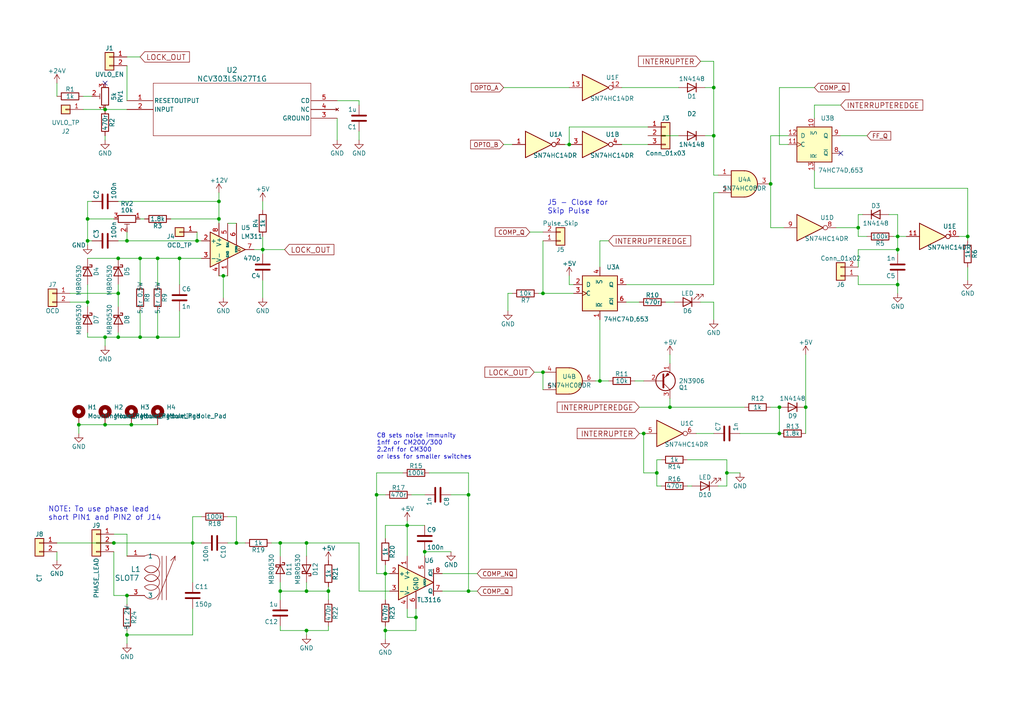
<source format=kicad_sch>
(kicad_sch (version 20230121) (generator eeschema)
  (paper "A4")
  (lib_symbols
    (symbol "0_MY_UD_SYM_LIB:NCV303LSN27T1G" (pin_names (offset 0.254))
      (property "Reference" "U" (at 30.48 10.16 0))
      (property "Value" "NCV303LSN27T1G" (at 30.48 7.62 0))
      (symbol "NCV303LSN27T1G_0_1"
        (pin output line (at 0 0 0) (length 7.62) (name "RESETOUTPUT") (number "1"))
        (pin input line (at 0 -2.54 0) (length 7.62) (name "INPUT") (number "2"))
        (pin power_in line (at 60.96 -5.08 180) (length 7.62) (name "GROUND") (number "3"))
        (pin no_connect line (at 60.96 -2.54 180) (length 7.62) (name "NC") (number "4"))
        (pin unspecified line (at 60.96 0 180) (length 7.62) (name "CD") (number "5"))
      )
    )
    (symbol "74xx:74LS04"
      (property "Reference" "U" (at 0 1.27 0))
      (property "Value" "74LS04" (at 0 -1.27 0))
      (symbol "74LS04_1_0"
        (pin input line (at -7.62 0 0) (length 3.81) (name "~") (number "1"))
        (pin output inverted (at 7.62 0 180) (length 3.81) (name "~") (number "2"))
      )
      (symbol "74LS04_2_0"
        (pin input line (at -7.62 0 0) (length 3.81) (name "~") (number "3"))
        (pin output inverted (at 7.62 0 180) (length 3.81) (name "~") (number "4"))
      )
      (symbol "74LS04_3_0"
        (pin input line (at -7.62 0 0) (length 3.81) (name "~") (number "5"))
        (pin output inverted (at 7.62 0 180) (length 3.81) (name "~") (number "6"))
      )
      (symbol "74LS04_4_0"
        (pin output inverted (at 7.62 0 180) (length 3.81) (name "~") (number "8"))
        (pin input line (at -7.62 0 0) (length 3.81) (name "~") (number "9"))
      )
      (symbol "74LS04_5_0"
        (pin output inverted (at 7.62 0 180) (length 3.81) (name "~") (number "10"))
        (pin input line (at -7.62 0 0) (length 3.81) (name "~") (number "11"))
      )
      (symbol "74LS04_6_0"
        (pin output inverted (at 7.62 0 180) (length 3.81) (name "~") (number "12"))
        (pin input line (at -7.62 0 0) (length 3.81) (name "~") (number "13"))
      )
      (symbol "74LS04_7_0"
        (pin power_in line (at 0 12.7 270) (length 5.08) (name "VCC") (number "14"))
        (pin power_in line (at 0 -12.7 90) (length 5.08) (name "GND") (number "7"))
      )
    )
    (symbol "74xx:74LS08" (pin_names (offset 1.016))
      (property "Reference" "U" (at 0 1.27 0))
      (property "Value" "74LS08" (at 0 -1.27 0))
      (symbol "74LS08_1_1"
        (pin input line (at -7.62 2.54 0) (length 3.81) (name "~") (number "1"))
        (pin input line (at -7.62 -2.54 0) (length 3.81) (name "~") (number "2"))
        (pin output line (at 7.62 0 180) (length 3.81) (name "~") (number "3"))
      )
      (symbol "74LS08_1_2"
        (pin input inverted (at -7.62 2.54 0) (length 4.318) (name "~") (number "1"))
        (pin input inverted (at -7.62 -2.54 0) (length 4.318) (name "~") (number "2"))
        (pin output inverted (at 7.62 0 180) (length 3.81) (name "~") (number "3"))
      )
      (symbol "74LS08_2_1"
        (pin input line (at -7.62 2.54 0) (length 3.81) (name "~") (number "4"))
        (pin input line (at -7.62 -2.54 0) (length 3.81) (name "~") (number "5"))
        (pin output line (at 7.62 0 180) (length 3.81) (name "~") (number "6"))
      )
      (symbol "74LS08_2_2"
        (pin input inverted (at -7.62 2.54 0) (length 4.318) (name "~") (number "4"))
        (pin input inverted (at -7.62 -2.54 0) (length 4.318) (name "~") (number "5"))
        (pin output inverted (at 7.62 0 180) (length 3.81) (name "~") (number "6"))
      )
      (symbol "74LS08_3_1"
        (pin input line (at -7.62 -2.54 0) (length 3.81) (name "~") (number "10"))
        (pin output line (at 7.62 0 180) (length 3.81) (name "~") (number "8"))
        (pin input line (at -7.62 2.54 0) (length 3.81) (name "~") (number "9"))
      )
      (symbol "74LS08_3_2"
        (pin input inverted (at -7.62 -2.54 0) (length 4.318) (name "~") (number "10"))
        (pin output inverted (at 7.62 0 180) (length 3.81) (name "~") (number "8"))
        (pin input inverted (at -7.62 2.54 0) (length 4.318) (name "~") (number "9"))
      )
      (symbol "74LS08_4_1"
        (pin output line (at 7.62 0 180) (length 3.81) (name "~") (number "11"))
        (pin input line (at -7.62 2.54 0) (length 3.81) (name "~") (number "12"))
        (pin input line (at -7.62 -2.54 0) (length 3.81) (name "~") (number "13"))
      )
      (symbol "74LS08_4_2"
        (pin output inverted (at 7.62 0 180) (length 3.81) (name "~") (number "11"))
        (pin input inverted (at -7.62 2.54 0) (length 4.318) (name "~") (number "12"))
        (pin input inverted (at -7.62 -2.54 0) (length 4.318) (name "~") (number "13"))
      )
      (symbol "74LS08_5_0"
        (pin power_in line (at 0 12.7 270) (length 5.08) (name "VCC") (number "14"))
        (pin power_in line (at 0 -12.7 90) (length 5.08) (name "GND") (number "7"))
      )
    )
    (symbol "74xx:74LS74" (pin_names (offset 1.016))
      (property "Reference" "U" (at -7.62 8.89 0))
      (property "Value" "74LS74" (at -7.62 -8.89 0))
      (symbol "74LS74_1_0"
        (pin input line (at 0 -7.62 90) (length 2.54) (name "~{R}") (number "1"))
        (pin input line (at -7.62 2.54 0) (length 2.54) (name "D") (number "2"))
        (pin input clock (at -7.62 0 0) (length 2.54) (name "C") (number "3"))
        (pin input line (at 0 7.62 270) (length 2.54) (name "~{S}") (number "4"))
        (pin output line (at 7.62 2.54 180) (length 2.54) (name "Q") (number "5"))
        (pin output line (at 7.62 -2.54 180) (length 2.54) (name "~{Q}") (number "6"))
      )
      (symbol "74LS74_2_0"
        (pin input line (at 0 7.62 270) (length 2.54) (name "~{S}") (number "10"))
        (pin input clock (at -7.62 0 0) (length 2.54) (name "C") (number "11"))
        (pin input line (at -7.62 2.54 0) (length 2.54) (name "D") (number "12"))
        (pin input line (at 0 -7.62 90) (length 2.54) (name "~{R}") (number "13"))
        (pin output line (at 7.62 -2.54 180) (length 2.54) (name "~{Q}") (number "8"))
        (pin output line (at 7.62 2.54 180) (length 2.54) (name "Q") (number "9"))
      )
      (symbol "74LS74_3_0"
        (pin power_in line (at 0 10.16 270) (length 2.54) (name "VCC") (number "14"))
        (pin power_in line (at 0 -10.16 90) (length 2.54) (name "GND") (number "7"))
      )
    )
    (symbol "A_My_UD:SLOT7" (pin_names (offset 1.016))
      (property "Reference" "L" (at -1.27 2.54 0))
      (property "Value" "SLOT7" (at -3.81 0 0))
      (symbol "SLOT7_1_1"
        (pin input line (at -3.81 6.35 0) (length 5.08) (name "1") (number "1"))
        (pin input line (at -3.81 -5.08 0) (length 5.08) (name "3") (number "3"))
      )
    )
    (symbol "Comparator:LM311" (pin_names (offset 0.127))
      (property "Reference" "U" (at 3.81 6.35 0))
      (property "Value" "LM311" (at 3.81 3.81 0))
      (symbol "LM311_1_1"
        (pin passive line (at 0 -7.62 90) (length 5.08) (name "GND") (number "1"))
        (pin input line (at -7.62 2.54 0) (length 2.54) (name "+") (number "2"))
        (pin input line (at -7.62 -2.54 0) (length 2.54) (name "-") (number "3"))
        (pin power_in line (at -2.54 -7.62 90) (length 3.81) (name "V-") (number "4"))
        (pin input line (at 0 7.62 270) (length 5.08) (name "BAL") (number "5"))
        (pin input line (at 2.54 7.62 270) (length 6.35) (name "STRB") (number "6"))
        (pin open_collector line (at 7.62 0 180) (length 2.54) (name "~") (number "7"))
        (pin power_in line (at -2.54 7.62 270) (length 3.81) (name "V+") (number "8"))
      )
    )
    (symbol "Comparator:TL3116" (pin_names (offset 0.127))
      (property "Reference" "U" (at 3.81 6.35 0))
      (property "Value" "TL3116" (at 3.81 -5.08 0))
      (symbol "TL3116_1_1"
        (pin power_in line (at -2.54 7.62 270) (length 3.81) (name "V+") (number "1"))
        (pin input line (at -7.62 2.54 0) (length 2.54) (name "+") (number "2"))
        (pin input line (at -7.62 -2.54 0) (length 2.54) (name "-") (number "3"))
        (pin power_in line (at -2.54 -7.62 90) (length 3.81) (name "V-") (number "4"))
        (pin input line (at 2.54 7.62 270) (length 6.35) (name "LATCH") (number "5"))
        (pin power_in line (at 0 -7.62 90) (length 5.08) (name "GND") (number "6"))
        (pin output line (at 7.62 -2.54 180) (length 2.54) (name "Q") (number "7"))
        (pin output line (at 7.62 2.54 180) (length 2.54) (name "~{Q}") (number "8"))
      )
    )
    (symbol "Connector_Generic:Conn_01x01" (pin_names (offset 1.016) hide)
      (property "Reference" "J" (at 0 2.54 0))
      (property "Value" "Conn_01x01" (at 0 -2.54 0))
      (symbol "Conn_01x01_1_1"
        (pin passive line (at -5.08 0 0) (length 3.81) (name "Pin_1") (number "1"))
      )
    )
    (symbol "Connector_Generic:Conn_01x02" (pin_names (offset 1.016) hide)
      (property "Reference" "J" (at 0 2.54 0))
      (property "Value" "Conn_01x02" (at 0 -5.08 0))
      (symbol "Conn_01x02_1_1"
        (pin passive line (at -5.08 0 0) (length 3.81) (name "Pin_1") (number "1"))
        (pin passive line (at -5.08 -2.54 0) (length 3.81) (name "Pin_2") (number "2"))
      )
    )
    (symbol "Connector_Generic:Conn_01x03" (pin_names (offset 1.016) hide)
      (property "Reference" "J" (at 0 5.08 0))
      (property "Value" "Conn_01x03" (at 0 -5.08 0))
      (symbol "Conn_01x03_1_1"
        (pin passive line (at -5.08 2.54 0) (length 3.81) (name "Pin_1") (number "1"))
        (pin passive line (at -5.08 0 0) (length 3.81) (name "Pin_2") (number "2"))
        (pin passive line (at -5.08 -2.54 0) (length 3.81) (name "Pin_3") (number "3"))
      )
    )
    (symbol "Device:C" (pin_numbers hide) (pin_names (offset 0.254))
      (property "Reference" "C" (at 0.635 2.54 0))
      (property "Value" "C" (at 0.635 -2.54 0))
      (symbol "C_1_1"
        (pin passive line (at 0 3.81 270) (length 2.794) (name "~") (number "1"))
        (pin passive line (at 0 -3.81 90) (length 2.794) (name "~") (number "2"))
      )
    )
    (symbol "Device:D" (pin_numbers hide) (pin_names (offset 1.016) hide)
      (property "Reference" "D" (at 0 2.54 0))
      (property "Value" "D" (at 0 -2.54 0))
      (symbol "D_1_1"
        (pin passive line (at -3.81 0 0) (length 2.54) (name "K") (number "1"))
        (pin passive line (at 3.81 0 180) (length 2.54) (name "A") (number "2"))
      )
    )
    (symbol "Device:D_Schottky" (pin_numbers hide) (pin_names (offset 1.016) hide)
      (property "Reference" "D" (at 0 2.54 0))
      (property "Value" "D_Schottky" (at 0 -2.54 0))
      (symbol "D_Schottky_1_1"
        (pin passive line (at -3.81 0 0) (length 2.54) (name "K") (number "1"))
        (pin passive line (at 3.81 0 180) (length 2.54) (name "A") (number "2"))
      )
    )
    (symbol "Device:LED" (pin_numbers hide) (pin_names (offset 1.016) hide)
      (property "Reference" "D" (at 0 2.54 0))
      (property "Value" "LED" (at 0 -2.54 0))
      (symbol "LED_1_1"
        (pin passive line (at -3.81 0 0) (length 2.54) (name "K") (number "1"))
        (pin passive line (at 3.81 0 180) (length 2.54) (name "A") (number "2"))
      )
    )
    (symbol "Device:R" (pin_numbers hide) (pin_names (offset 0))
      (property "Reference" "R" (at 2.032 0 90))
      (property "Value" "R" (at 0 0 90))
      (symbol "R_1_1"
        (pin passive line (at 0 3.81 270) (length 1.27) (name "~") (number "1"))
        (pin passive line (at 0 -3.81 90) (length 1.27) (name "~") (number "2"))
      )
    )
    (symbol "Device:R_Potentiometer_Trim" (pin_names (offset 1.016) hide)
      (property "Reference" "RV" (at -4.445 0 90))
      (property "Value" "R_Potentiometer_Trim" (at -2.54 0 90))
      (symbol "R_Potentiometer_Trim_1_1"
        (pin passive line (at 0 3.81 270) (length 1.27) (name "1") (number "1"))
        (pin passive line (at 3.81 0 180) (length 1.27) (name "2") (number "2"))
        (pin passive line (at 0 -3.81 90) (length 1.27) (name "3") (number "3"))
      )
    )
    (symbol "Mechanical:MountingHole_Pad" (pin_numbers hide) (pin_names (offset 1.016) hide)
      (property "Reference" "H" (at 0 6.35 0))
      (property "Value" "MountingHole_Pad" (at 0 4.445 0))
      (symbol "MountingHole_Pad_1_1"
        (pin input line (at 0 -2.54 90) (length 2.54) (name "1") (number "1"))
      )
    )
    (symbol "Transistor_BJT:2N3906" (pin_names (offset 0) hide)
      (property "Reference" "Q" (at 5.08 1.905 0))
      (property "Value" "2N3906" (at 5.08 0 0))
      (symbol "2N3906_1_1"
        (pin passive line (at 2.54 -5.08 90) (length 2.54) (name "E") (number "1"))
        (pin input line (at -5.08 0 0) (length 5.715) (name "B") (number "2"))
        (pin passive line (at 2.54 5.08 270) (length 2.54) (name "C") (number "3"))
      )
    )
    (symbol "power:+12V" (power) (pin_names (offset 0))
      (property "Value" "+12V" (at 0 3.556 0))
      (symbol "+12V_1_1"
        (pin power_in line (at 0 0 90) (length 0) hide (name "+12V") (number "1"))
      )
    )
    (symbol "power:+24V" (power) (pin_names (offset 0))
      (property "Value" "+24V" (at 0 3.556 0))
      (symbol "+24V_1_1"
        (pin power_in line (at 0 0 90) (length 0) hide (name "+24V") (number "1"))
      )
    )
    (symbol "power:+5V" (power) (pin_names (offset 0))
      (property "Value" "+5V" (at 0 3.556 0))
      (symbol "+5V_1_1"
        (pin power_in line (at 0 0 90) (length 0) hide (name "+5V") (number "1"))
      )
    )
    (symbol "power:GND" (power) (pin_names (offset 0))
      (property "Value" "GND" (at 0 -3.81 0))
      (symbol "GND_1_1"
        (pin power_in line (at 0 0 270) (length 0) hide (name "GND") (number "1"))
      )
    )
  )
  (junction (at 81.28 171.45))
  (junction (at 260.35 72.39))
  (junction (at 207.01 39.37))
  (junction (at 34.29 97.79))
  (junction (at 123.19 160.02))
  (junction (at 36.83 69.85))
  (junction (at 157.48 85.09))
  (junction (at 40.64 97.79))
  (junction (at 135.89 143.51))
  (junction (at 88.9 171.45))
  (junction (at 194.31 118.11))
  (junction (at 157.48 107.95))
  (junction (at 95.25 171.45))
  (junction (at 63.5 58.42))
  (junction (at 64.77 80.01))
  (junction (at 40.64 74.93))
  (junction (at 55.88 157.48))
  (junction (at 63.5 63.5))
  (junction (at 25.4 69.85))
  (junction (at 118.11 152.4))
  (junction (at 45.72 74.93))
  (junction (at 68.58 157.48))
  (junction (at 36.83 172.72))
  (junction (at 45.72 97.79))
  (junction (at 25.4 87.63))
  (junction (at 173.99 110.49))
  (junction (at 190.5 137.16))
  (junction (at 88.9 182.88))
  (junction (at 38.1 123.19))
  (junction (at 57.15 69.85))
  (junction (at 111.76 166.37))
  (junction (at 207.01 25.4))
  (junction (at 36.83 184.15))
  (junction (at 233.68 118.11))
  (junction (at 88.9 157.48))
  (junction (at 25.4 63.5))
  (junction (at 226.06 118.11))
  (junction (at 34.29 74.93))
  (junction (at 120.65 179.07))
  (junction (at 248.92 66.04))
  (junction (at 22.86 123.19))
  (junction (at 30.48 123.19))
  (junction (at 76.2 72.39))
  (junction (at 109.22 143.51))
  (junction (at 30.48 31.75))
  (junction (at 111.76 182.88))
  (junction (at 81.28 157.48))
  (junction (at 165.1 41.91))
  (junction (at 280.67 68.58))
  (junction (at 34.29 85.09))
  (junction (at 135.89 171.45))
  (junction (at 260.35 82.55))
  (junction (at 52.07 74.93))
  (junction (at 186.69 125.73))
  (junction (at 30.48 97.79))
  (junction (at 33.02 157.48))
  (junction (at 223.52 53.34))
  (junction (at 260.35 68.58))
  (junction (at 210.82 137.16))
  (junction (at 226.06 125.73))
  (no_connect (at 243.84 44.45))
  (no_connect (at 30.48 24.13))
  (wire (pts (xy 248.92 72.39) (xy 248.92 77.47)))
  (wire (pts (xy 88.9 157.48) (xy 104.14 157.48)))
  (wire (pts (xy 40.64 74.93) (xy 40.64 82.55)))
  (wire (pts (xy 34.29 97.79) (xy 34.29 96.52)))
  (wire (pts (xy 55.88 157.48) (xy 55.88 168.91)))
  (wire (pts (xy 118.11 152.4) (xy 118.11 161.29)))
  (wire (pts (xy 130.81 143.51) (xy 135.89 143.51)))
  (wire (pts (xy 63.5 58.42) (xy 63.5 63.5)))
  (wire (pts (xy 24.13 27.94) (xy 26.67 27.94)))
  (wire (pts (xy 190.5 140.97) (xy 190.5 137.16)))
  (wire (pts (xy 111.76 152.4) (xy 111.76 156.21)))
  (wire (pts (xy 194.31 118.11) (xy 194.31 115.57)))
  (wire (pts (xy 207.01 55.88) (xy 208.28 55.88)))
  (wire (pts (xy 278.13 68.58) (xy 280.67 68.58)))
  (wire (pts (xy 95.25 170.18) (xy 95.25 171.45)))
  (wire (pts (xy 63.5 80.01) (xy 64.77 80.01)))
  (wire (pts (xy 236.22 54.61) (xy 280.67 54.61)))
  (wire (pts (xy 207.01 25.4) (xy 204.47 25.4)))
  (wire (pts (xy 226.06 41.91) (xy 228.6 41.91)))
  (wire (pts (xy 76.2 81.28) (xy 76.2 86.36)))
  (wire (pts (xy 81.28 157.48) (xy 81.28 161.29)))
  (wire (pts (xy 88.9 182.88) (xy 95.25 182.88)))
  (wire (pts (xy 66.04 149.86) (xy 68.58 149.86)))
  (wire (pts (xy 81.28 182.88) (xy 88.9 182.88)))
  (wire (pts (xy 25.4 63.5) (xy 33.02 63.5)))
  (wire (pts (xy 207.01 50.8) (xy 208.28 50.8)))
  (wire (pts (xy 194.31 102.87) (xy 194.31 105.41)))
  (wire (pts (xy 191.77 133.35) (xy 190.5 133.35)))
  (wire (pts (xy 104.14 171.45) (xy 113.03 171.45)))
  (wire (pts (xy 223.52 39.37) (xy 223.52 53.34)))
  (wire (pts (xy 280.67 69.85) (xy 280.67 68.58)))
  (wire (pts (xy 33.02 157.48) (xy 55.88 157.48)))
  (wire (pts (xy 154.94 107.95) (xy 157.48 107.95)))
  (wire (pts (xy 157.48 107.95) (xy 157.48 113.03)))
  (wire (pts (xy 242.57 66.04) (xy 248.92 66.04)))
  (wire (pts (xy 40.64 97.79) (xy 45.72 97.79)))
  (wire (pts (xy 207.01 87.63) (xy 207.01 92.71)))
  (wire (pts (xy 153.67 67.31) (xy 157.48 67.31)))
  (wire (pts (xy 259.08 68.58) (xy 260.35 68.58)))
  (wire (pts (xy 104.14 157.48) (xy 104.14 171.45)))
  (wire (pts (xy 104.14 38.1) (xy 104.14 40.64)))
  (wire (pts (xy 210.82 140.97) (xy 208.28 140.97)))
  (wire (pts (xy 34.29 58.42) (xy 63.5 58.42)))
  (wire (pts (xy 260.35 62.23) (xy 260.35 68.58)))
  (wire (pts (xy 223.52 66.04) (xy 227.33 66.04)))
  (wire (pts (xy 233.68 118.11) (xy 233.68 125.73)))
  (wire (pts (xy 111.76 163.83) (xy 111.76 166.37)))
  (wire (pts (xy 20.32 85.09) (xy 34.29 85.09)))
  (wire (pts (xy 166.37 82.55) (xy 165.1 82.55)))
  (wire (pts (xy 57.15 69.85) (xy 58.42 69.85)))
  (wire (pts (xy 165.1 80.01) (xy 165.1 82.55)))
  (wire (pts (xy 25.4 97.79) (xy 30.48 97.79)))
  (wire (pts (xy 57.15 67.31) (xy 57.15 69.85)))
  (wire (pts (xy 97.79 34.29) (xy 97.79 40.64)))
  (wire (pts (xy 135.89 171.45) (xy 138.43 171.45)))
  (wire (pts (xy 34.29 82.55) (xy 34.29 85.09)))
  (wire (pts (xy 173.99 92.71) (xy 173.99 110.49)))
  (wire (pts (xy 109.22 143.51) (xy 111.76 143.51)))
  (wire (pts (xy 200.66 140.97) (xy 199.39 140.97)))
  (wire (pts (xy 190.5 137.16) (xy 190.5 133.35)))
  (wire (pts (xy 34.29 74.93) (xy 40.64 74.93)))
  (wire (pts (xy 73.66 72.39) (xy 76.2 72.39)))
  (wire (pts (xy 250.19 62.23) (xy 248.92 62.23)))
  (wire (pts (xy 248.92 80.01) (xy 248.92 82.55)))
  (wire (pts (xy 55.88 157.48) (xy 55.88 149.86)))
  (wire (pts (xy 111.76 166.37) (xy 111.76 173.99)))
  (wire (pts (xy 260.35 72.39) (xy 248.92 72.39)))
  (wire (pts (xy 97.79 29.21) (xy 104.14 29.21)))
  (wire (pts (xy 109.22 137.16) (xy 109.22 143.51)))
  (wire (pts (xy 40.64 63.5) (xy 41.91 63.5)))
  (wire (pts (xy 88.9 184.15) (xy 88.9 182.88)))
  (wire (pts (xy 36.83 154.94) (xy 33.02 154.94)))
  (wire (pts (xy 25.4 69.85) (xy 26.67 69.85)))
  (wire (pts (xy 36.83 161.29) (xy 36.83 154.94)))
  (wire (pts (xy 181.61 87.63) (xy 185.42 87.63)))
  (wire (pts (xy 25.4 87.63) (xy 25.4 88.9)))
  (wire (pts (xy 25.4 82.55) (xy 25.4 87.63)))
  (wire (pts (xy 25.4 69.85) (xy 25.4 71.12)))
  (wire (pts (xy 187.96 39.37) (xy 196.85 39.37)))
  (wire (pts (xy 36.83 172.72) (xy 36.83 175.26)))
  (wire (pts (xy 204.47 39.37) (xy 207.01 39.37)))
  (wire (pts (xy 118.11 151.13) (xy 118.11 152.4)))
  (wire (pts (xy 55.88 157.48) (xy 58.42 157.48)))
  (wire (pts (xy 260.35 68.58) (xy 260.35 72.39)))
  (wire (pts (xy 81.28 171.45) (xy 88.9 171.45)))
  (wire (pts (xy 36.83 69.85) (xy 36.83 67.31)))
  (wire (pts (xy 233.68 102.87) (xy 233.68 118.11)))
  (wire (pts (xy 118.11 179.07) (xy 120.65 179.07)))
  (wire (pts (xy 36.83 184.15) (xy 36.83 186.69)))
  (wire (pts (xy 34.29 69.85) (xy 36.83 69.85)))
  (wire (pts (xy 30.48 31.75) (xy 36.83 31.75)))
  (wire (pts (xy 24.13 31.75) (xy 30.48 31.75)))
  (wire (pts (xy 111.76 182.88) (xy 120.65 182.88)))
  (wire (pts (xy 260.35 72.39) (xy 260.35 73.66)))
  (wire (pts (xy 20.32 87.63) (xy 25.4 87.63)))
  (wire (pts (xy 260.35 62.23) (xy 257.81 62.23)))
  (wire (pts (xy 40.64 97.79) (xy 40.64 90.17)))
  (wire (pts (xy 34.29 97.79) (xy 40.64 97.79)))
  (wire (pts (xy 76.2 68.58) (xy 76.2 72.39)))
  (wire (pts (xy 111.76 182.88) (xy 111.76 181.61)))
  (wire (pts (xy 16.51 157.48) (xy 33.02 157.48)))
  (wire (pts (xy 36.83 69.85) (xy 57.15 69.85)))
  (wire (pts (xy 201.93 125.73) (xy 207.01 125.73)))
  (wire (pts (xy 16.51 160.02) (xy 16.51 162.56)))
  (wire (pts (xy 36.83 19.05) (xy 36.83 29.21)))
  (wire (pts (xy 214.63 137.16) (xy 210.82 137.16)))
  (wire (pts (xy 207.01 39.37) (xy 207.01 50.8)))
  (wire (pts (xy 52.07 97.79) (xy 52.07 90.17)))
  (wire (pts (xy 109.22 166.37) (xy 111.76 166.37)))
  (wire (pts (xy 40.64 74.93) (xy 45.72 74.93)))
  (wire (pts (xy 207.01 25.4) (xy 207.01 39.37)))
  (wire (pts (xy 55.88 176.53) (xy 55.88 184.15)))
  (wire (pts (xy 25.4 63.5) (xy 25.4 69.85)))
  (wire (pts (xy 187.96 36.83) (xy 165.1 36.83)))
  (wire (pts (xy 186.69 137.16) (xy 190.5 137.16)))
  (wire (pts (xy 185.42 125.73) (xy 186.69 125.73)))
  (wire (pts (xy 68.58 149.86) (xy 68.58 157.48)))
  (wire (pts (xy 123.19 161.29) (xy 123.19 160.02)))
  (wire (pts (xy 243.84 30.48) (xy 236.22 30.48)))
  (wire (pts (xy 128.27 166.37) (xy 138.43 166.37)))
  (wire (pts (xy 118.11 152.4) (xy 123.19 152.4)))
  (wire (pts (xy 193.04 87.63) (xy 195.58 87.63)))
  (wire (pts (xy 30.48 97.79) (xy 34.29 97.79)))
  (wire (pts (xy 33.02 172.72) (xy 36.83 172.72)))
  (wire (pts (xy 248.92 62.23) (xy 248.92 66.04)))
  (wire (pts (xy 223.52 53.34) (xy 223.52 66.04)))
  (wire (pts (xy 207.01 17.78) (xy 207.01 25.4)))
  (wire (pts (xy 207.01 55.88) (xy 207.01 82.55)))
  (wire (pts (xy 109.22 143.51) (xy 109.22 166.37)))
  (wire (pts (xy 194.31 118.11) (xy 215.9 118.11)))
  (wire (pts (xy 63.5 63.5) (xy 63.5 64.77)))
  (wire (pts (xy 157.48 85.09) (xy 166.37 85.09)))
  (wire (pts (xy 22.86 125.73) (xy 22.86 123.19)))
  (wire (pts (xy 63.5 63.5) (xy 49.53 63.5)))
  (wire (pts (xy 236.22 30.48) (xy 236.22 34.29)))
  (wire (pts (xy 78.74 157.48) (xy 81.28 157.48)))
  (wire (pts (xy 45.72 74.93) (xy 45.72 82.55)))
  (wire (pts (xy 66.04 157.48) (xy 68.58 157.48)))
  (wire (pts (xy 203.2 87.63) (xy 207.01 87.63)))
  (wire (pts (xy 172.72 110.49) (xy 173.99 110.49)))
  (wire (pts (xy 260.35 81.28) (xy 260.35 82.55)))
  (wire (pts (xy 260.35 68.58) (xy 262.89 68.58)))
  (wire (pts (xy 95.25 171.45) (xy 95.25 173.99)))
  (wire (pts (xy 248.92 82.55) (xy 260.35 82.55)))
  (wire (pts (xy 52.07 74.93) (xy 52.07 82.55)))
  (wire (pts (xy 248.92 66.04) (xy 248.92 68.58)))
  (wire (pts (xy 45.72 74.93) (xy 52.07 74.93)))
  (wire (pts (xy 30.48 39.37) (xy 30.48 40.64)))
  (wire (pts (xy 185.42 118.11) (xy 194.31 118.11)))
  (wire (pts (xy 147.32 85.09) (xy 148.59 85.09)))
  (wire (pts (xy 226.06 25.4) (xy 226.06 41.91)))
  (wire (pts (xy 25.4 58.42) (xy 26.67 58.42)))
  (wire (pts (xy 236.22 25.4) (xy 226.06 25.4)))
  (wire (pts (xy 88.9 157.48) (xy 88.9 161.29)))
  (wire (pts (xy 186.69 110.49) (xy 184.15 110.49)))
  (wire (pts (xy 248.92 68.58) (xy 251.46 68.58)))
  (wire (pts (xy 207.01 82.55) (xy 181.61 82.55)))
  (wire (pts (xy 214.63 125.73) (xy 226.06 125.73)))
  (wire (pts (xy 120.65 179.07) (xy 120.65 182.88)))
  (wire (pts (xy 146.05 41.91) (xy 148.59 41.91)))
  (wire (pts (xy 36.83 16.51) (xy 40.64 16.51)))
  (wire (pts (xy 55.88 149.86) (xy 58.42 149.86)))
  (wire (pts (xy 223.52 118.11) (xy 226.06 118.11)))
  (wire (pts (xy 76.2 72.39) (xy 76.2 73.66)))
  (wire (pts (xy 176.53 69.85) (xy 173.99 69.85)))
  (wire (pts (xy 45.72 97.79) (xy 45.72 90.17)))
  (wire (pts (xy 81.28 168.91) (xy 81.28 171.45)))
  (wire (pts (xy 81.28 182.88) (xy 81.28 181.61)))
  (wire (pts (xy 95.25 182.88) (xy 95.25 181.61)))
  (wire (pts (xy 203.2 17.78) (xy 207.01 17.78)))
  (wire (pts (xy 36.83 184.15) (xy 55.88 184.15)))
  (wire (pts (xy 165.1 36.83) (xy 165.1 41.91)))
  (wire (pts (xy 135.89 137.16) (xy 135.89 143.51)))
  (wire (pts (xy 38.1 123.19) (xy 45.72 123.19)))
  (wire (pts (xy 88.9 171.45) (xy 88.9 168.91)))
  (wire (pts (xy 68.58 157.48) (xy 71.12 157.48)))
  (wire (pts (xy 243.84 39.37) (xy 251.46 39.37)))
  (wire (pts (xy 191.77 140.97) (xy 190.5 140.97)))
  (wire (pts (xy 210.82 140.97) (xy 210.82 137.16)))
  (wire (pts (xy 64.77 80.01) (xy 64.77 86.36)))
  (wire (pts (xy 123.19 160.02) (xy 130.81 160.02)))
  (wire (pts (xy 22.86 123.19) (xy 30.48 123.19)))
  (wire (pts (xy 156.21 85.09) (xy 157.48 85.09)))
  (wire (pts (xy 180.34 25.4) (xy 196.85 25.4)))
  (wire (pts (xy 280.67 77.47) (xy 280.67 81.28)))
  (wire (pts (xy 223.52 39.37) (xy 228.6 39.37)))
  (wire (pts (xy 111.76 182.88) (xy 111.76 185.42)))
  (wire (pts (xy 128.27 171.45) (xy 135.89 171.45)))
  (wire (pts (xy 260.35 82.55) (xy 260.35 85.09)))
  (wire (pts (xy 226.06 118.11) (xy 226.06 125.73)))
  (wire (pts (xy 124.46 137.16) (xy 135.89 137.16)))
  (wire (pts (xy 30.48 100.33) (xy 30.48 97.79)))
  (wire (pts (xy 81.28 171.45) (xy 81.28 173.99)))
  (wire (pts (xy 63.5 55.88) (xy 63.5 58.42)))
  (wire (pts (xy 34.29 85.09) (xy 34.29 88.9)))
  (wire (pts (xy 109.22 137.16) (xy 116.84 137.16)))
  (wire (pts (xy 76.2 72.39) (xy 82.55 72.39)))
  (wire (pts (xy 30.48 123.19) (xy 38.1 123.19)))
  (wire (pts (xy 81.28 157.48) (xy 88.9 157.48)))
  (wire (pts (xy 88.9 171.45) (xy 95.25 171.45)))
  (wire (pts (xy 147.32 85.09) (xy 147.32 90.17)))
  (wire (pts (xy 25.4 97.79) (xy 25.4 96.52)))
  (wire (pts (xy 104.14 29.21) (xy 104.14 30.48)))
  (wire (pts (xy 36.83 182.88) (xy 36.83 184.15)))
  (wire (pts (xy 163.83 41.91) (xy 165.1 41.91)))
  (wire (pts (xy 33.02 160.02) (xy 33.02 172.72)))
  (wire (pts (xy 66.04 64.77) (xy 68.58 64.77)))
  (wire (pts (xy 280.67 54.61) (xy 280.67 68.58)))
  (wire (pts (xy 16.51 24.13) (xy 16.51 27.94)))
  (wire (pts (xy 25.4 58.42) (xy 25.4 63.5)))
  (wire (pts (xy 120.65 176.53) (xy 120.65 179.07)))
  (wire (pts (xy 180.34 41.91) (xy 187.96 41.91)))
  (wire (pts (xy 236.22 49.53) (xy 236.22 54.61)))
  (wire (pts (xy 157.48 69.85) (xy 157.48 85.09)))
  (wire (pts (xy 118.11 176.53) (xy 118.11 179.07)))
  (wire (pts (xy 45.72 97.79) (xy 52.07 97.79)))
  (wire (pts (xy 25.4 74.93) (xy 34.29 74.93)))
  (wire (pts (xy 118.11 152.4) (xy 111.76 152.4)))
  (wire (pts (xy 64.77 80.01) (xy 66.04 80.01)))
  (wire (pts (xy 111.76 166.37) (xy 113.03 166.37)))
  (wire (pts (xy 135.89 143.51) (xy 135.89 171.45)))
  (wire (pts (xy 123.19 143.51) (xy 119.38 143.51)))
  (wire (pts (xy 52.07 74.93) (xy 58.42 74.93)))
  (wire (pts (xy 186.69 125.73) (xy 186.69 137.16)))
  (wire (pts (xy 146.05 25.4) (xy 165.1 25.4)))
  (wire (pts (xy 199.39 133.35) (xy 210.82 133.35)))
  (wire (pts (xy 210.82 133.35) (xy 210.82 137.16)))
  (wire (pts (xy 76.2 60.96) (xy 76.2 58.42)))
  (wire (pts (xy 173.99 110.49) (xy 176.53 110.49)))
  (wire (pts (xy 173.99 69.85) (xy 173.99 77.47)))
  (text "C8 sets noise immunity\n1nff or CM200/300\n2.2nf for CM300\nor less for smaller switches" (at 109.22 133.35 0) (effects (font (size 1.27 1.27)) (justify left bottom)))
  (text "NOTE: To use phase lead\nshort PIN1 and PIN2 of J14" (at 13.97 151.13 0) (effects (font (size 1.524 1.524)) (justify left bottom)))
  (text "J5 - Close for\nSkip Pulse" (at 158.75 62.23 0) (effects (font (size 1.524 1.524)) (justify left bottom)))
  (global_label "COMP_Q" (shape input) (at 138.43 171.45 0) (property "Intersheetrefs" "${INTERSHEET_REFS}" (effects hide)))
  (global_label "FF_Q" (shape input) (at 251.46 39.37 0) (property "Intersheetrefs" "${INTERSHEET_REFS}" (effects hide)))
  (global_label "COMP_Q" (shape input) (at 236.22 25.4 0) (property "Intersheetrefs" "${INTERSHEET_REFS}" (effects hide)))
  (global_label "COMP_NQ" (shape input) (at 138.43 166.37 0) (property "Intersheetrefs" "${INTERSHEET_REFS}" (effects hide)))
  (global_label "LOCK_OUT" (shape input) (at 154.94 107.95 180) (effects (font (size 1.524 1.524))) (property "Intersheetrefs" "${INTERSHEET_REFS}" (effects hide)))
  (global_label "INTERRUPTEREDGE" (shape input) (at 185.42 118.11 180) (effects (font (size 1.524 1.524))) (property "Intersheetrefs" "${INTERSHEET_REFS}" (effects hide)))
  (global_label "INTERRUPTEREDGE" (shape input) (at 176.53 69.85 0) (effects (font (size 1.524 1.524))) (property "Intersheetrefs" "${INTERSHEET_REFS}" (effects hide)))
  (global_label "OPTO_A" (shape input) (at 146.05 25.4 180) (property "Intersheetrefs" "${INTERSHEET_REFS}" (effects hide)))
  (global_label "LOCK_OUT" (shape input) (at 40.64 16.51 0) (effects (font (size 1.524 1.524))) (property "Intersheetrefs" "${INTERSHEET_REFS}" (effects hide)))
  (global_label "INTERRUPTER" (shape input) (at 203.2 17.78 180) (effects (font (size 1.524 1.524))) (property "Intersheetrefs" "${INTERSHEET_REFS}" (effects hide)))
  (global_label "COMP_Q" (shape input) (at 153.67 67.31 180) (property "Intersheetrefs" "${INTERSHEET_REFS}" (effects hide)))
  (global_label "INTERRUPTEREDGE" (shape input) (at 243.84 30.48 0) (effects (font (size 1.524 1.524))) (property "Intersheetrefs" "${INTERSHEET_REFS}" (effects hide)))
  (global_label "OPTO_B" (shape input) (at 146.05 41.91 180) (property "Intersheetrefs" "${INTERSHEET_REFS}" (effects hide)))
  (global_label "INTERRUPTER" (shape input) (at 185.42 125.73 180) (effects (font (size 1.524 1.524))) (property "Intersheetrefs" "${INTERSHEET_REFS}" (effects hide)))
  (global_label "LOCK_OUT" (shape input) (at 82.55 72.39 0) (effects (font (size 1.524 1.524))) (property "Intersheetrefs" "${INTERSHEET_REFS}" (effects hide)))
  (symbol (lib_id "Comparator:TL3116") (at 120.65 168.91 0) (unit 1)
    (property "Reference" "U6" (at 124.46 162.56 0))
    (property "Value" "TL3116" (at 124.46 173.99 0))
    (property "Footprint" "Package_SO:SOIC-8_3.9x4.9mm_P1.27mm" (effects hide))
    (property "Part Number" "TL3116CD" (effects hide))
  )
  (symbol (lib_id "power:GND") (at 22.86 125.73 0) (unit 1)
    (property "Reference" "#PWR018" (effects hide))
    (property "Value" "GND" (at 22.86 129.54 0))
  )
  (symbol (lib_id "Device:C") (at 30.48 69.85 90) (unit 1)
    (property "Reference" "C3" (at 27.94 69.215 0) (effects (justify left)))
    (property "Value" "100n" (at 33.02 69.215 0) (effects (justify left)))
    (property "Footprint" "Capacitor_SMD:C_1206_3216Metric_Pad1.33x1.80mm_HandSolder" (effects hide))
    (property "Part Number" "KGM21NR71H104KT" (effects hide))
  )
  (symbol (lib_id "Connector_Generic:Conn_01x01") (at 19.05 31.75 0) (mirror y) (unit 1)
    (property "Reference" "J2" (at 19.05 38.1 0))
    (property "Value" "UVLO_TP" (at 19.05 35.56 0))
    (property "Footprint" "Connector_PinHeader_2.54mm:PinHeader_1x01_P2.54mm_Vertical" (effects hide))
  )
  (symbol (lib_id "Connector_Generic:Conn_01x02") (at 243.84 80.01 180) (unit 1)
    (property "Reference" "J6" (at 243.84 82.55 0))
    (property "Value" "Conn_01x02" (at 243.84 74.93 0))
    (property "Footprint" "Connector_PinHeader_2.54mm:PinHeader_1x02_P2.54mm_Vertical" (effects hide))
  )
  (symbol (lib_id "Device:R") (at 111.76 177.8 0) (unit 1)
    (property "Reference" "R23" (at 113.792 177.8 90))
    (property "Value" "470r" (at 111.76 177.8 90))
    (property "Footprint" "Resistor_SMD:R_1206_3216Metric_Pad1.30x1.75mm_HandSolder" (effects hide))
    (property "Part Number" "RK73H2ATTD4700F" (effects hide))
  )
  (symbol (lib_id "power:+5V") (at 165.1 80.01 0) (unit 1)
    (property "Reference" "#PWR08" (effects hide))
    (property "Value" "+5V" (at 165.1 76.454 0))
  )
  (symbol (lib_id "Device:C") (at 260.35 77.47 180) (unit 1)
    (property "Reference" "C5" (at 259.715 80.01 0) (effects (justify left)))
    (property "Value" "1n" (at 259.715 74.93 0) (effects (justify left)))
    (property "Footprint" "Capacitor_SMD:C_1206_3216Metric_Pad1.33x1.80mm_HandSolder" (effects hide))
    (property "Part Number" "CL21B102KCANNNC" (effects hide))
  )
  (symbol (lib_id "Device:R") (at 95.25 166.37 0) (unit 1)
    (property "Reference" "R21" (at 97.282 166.37 90))
    (property "Value" "1k" (at 95.25 166.37 90))
    (property "Footprint" "Resistor_SMD:R_1206_3216Metric_Pad1.30x1.75mm_HandSolder" (effects hide))
    (property "Part Number" "RNCP0805FTD1K00" (effects hide))
  )
  (symbol (lib_id "Device:C") (at 104.14 34.29 180) (unit 1)
    (property "Reference" "C1" (at 103.505 36.83 0) (effects (justify left)))
    (property "Value" "1u" (at 103.505 31.75 0) (effects (justify left)))
    (property "Footprint" "Capacitor_SMD:C_1206_3216Metric_Pad1.33x1.80mm_HandSolder" (effects hide))
    (property "Part Number" "CL21B105KBFNNNG" (effects hide))
  )
  (symbol (lib_id "power:+5V") (at 118.11 151.13 0) (unit 1)
    (property "Reference" "#PWR020" (effects hide))
    (property "Value" "+5V" (at 118.11 147.574 0))
  )
  (symbol (lib_id "Mechanical:MountingHole_Pad") (at 30.48 120.65 0) (unit 1)
    (property "Reference" "H2" (at 33.02 118.11 0) (effects (justify left)))
    (property "Value" "MountingHole_Pad" (at 33.02 120.65 0) (effects (justify left)))
    (property "Footprint" "MountingHole:MountingHole_3.5mm_Pad_TopBottom" (effects hide))
  )
  (symbol (lib_id "Device:C") (at 52.07 86.36 0) (unit 1)
    (property "Reference" "C6" (at 52.705 83.82 0) (effects (justify left)))
    (property "Value" "1n" (at 52.705 88.9 0) (effects (justify left)))
    (property "Footprint" "Capacitor_SMD:C_1206_3216Metric_Pad1.33x1.80mm_HandSolder" (effects hide))
    (property "Part Number" "CL21B102KCANNNC" (effects hide))
  )
  (symbol (lib_id "74xx:74LS04") (at 194.31 125.73 0) (unit 3)
    (property "Reference" "U1" (at 199.263 122.809 0))
    (property "Value" "SN74HC14DR" (at 199.136 128.905 0))
    (property "Footprint" "Package_SO:SOIC-14_3.9x8.7mm_P1.27mm" (effects hide))
    (property "Part Number" "SN74HC14DR" (effects hide))
  )
  (symbol (lib_id "Device:D") (at 200.66 25.4 180) (unit 1)
    (property "Reference" "D1" (at 200.66 27.94 0))
    (property "Value" "1N4148" (at 200.66 22.86 0))
    (property "Footprint" "Diode_SMD:D_SOD-123" (effects hide))
    (property "Part Number" "1N4148WGW" (effects hide))
  )
  (symbol (lib_id "Device:R") (at 195.58 133.35 270) (unit 1)
    (property "Reference" "R14" (at 195.58 135.382 90))
    (property "Value" "1k" (at 195.58 133.35 90))
    (property "Footprint" "Resistor_SMD:R_1206_3216Metric_Pad1.30x1.75mm_HandSolder" (effects hide))
    (property "Part Number" "RNCP0805FTD1K00" (effects hide))
  )
  (symbol (lib_id "Device:LED") (at 199.39 87.63 180) (unit 1)
    (property "Reference" "D6" (at 199.39 90.17 0))
    (property "Value" "LED" (at 199.39 85.09 0))
    (property "Footprint" "LED_THT:LED_D5.0mm" (effects hide))
  )
  (symbol (lib_id "power:GND") (at 214.63 137.16 0) (unit 1)
    (property "Reference" "#PWR019" (effects hide))
    (property "Value" "GND" (at 214.63 140.97 0))
  )
  (symbol (lib_id "Connector_Generic:Conn_01x02") (at 31.75 16.51 0) (mirror y) (unit 1)
    (property "Reference" "J1" (at 31.75 13.97 0))
    (property "Value" "UVLO_EN" (at 31.75 21.59 0))
    (property "Footprint" "Connector_PinHeader_2.54mm:PinHeader_1x02_P2.54mm_Vertical" (effects hide))
  )
  (symbol (lib_id "Device:LED") (at 204.47 140.97 180) (unit 1)
    (property "Reference" "D10" (at 204.47 143.51 0))
    (property "Value" "LED" (at 204.47 138.43 0))
    (property "Footprint" "LED_THT:LED_D5.0mm" (effects hide))
  )
  (symbol (lib_id "Connector_Generic:Conn_01x02") (at 15.24 85.09 0) (mirror y) (unit 1)
    (property "Reference" "J7" (at 15.24 82.55 0))
    (property "Value" "OCD" (at 15.24 90.17 0))
    (property "Footprint" "TerminalBlock:TerminalBlock_bornier-2_P5.08mm" (effects hide))
    (property "Part Number" "EBB-02-D-BL" (effects hide))
  )
  (symbol (lib_id "power:GND") (at 104.14 40.64 0) (unit 1)
    (property "Reference" "#PWR04" (effects hide))
    (property "Value" "GND" (at 104.14 44.45 0))
  )
  (symbol (lib_id "74xx:74LS04") (at 172.72 41.91 0) (unit 2)
    (property "Reference" "U1" (at 177.673 38.989 0))
    (property "Value" "SN74HC14DR" (at 177.546 45.085 0))
    (property "Footprint" "Package_SO:SOIC-14_3.9x8.7mm_P1.27mm" (effects hide))
    (property "Part Number" "SN74HC14DR" (effects hide))
  )
  (symbol (lib_id "power:GND") (at 280.67 81.28 0) (unit 1)
    (property "Reference" "#PWR09" (effects hide))
    (property "Value" "GND" (at 280.67 85.09 0))
  )
  (symbol (lib_id "Device:C") (at 55.88 172.72 0) (unit 1)
    (property "Reference" "C11" (at 56.515 170.18 0) (effects (justify left)))
    (property "Value" "150p" (at 56.515 175.26 0) (effects (justify left)))
    (property "Footprint" "Capacitor_SMD:C_1206_3216Metric_Pad1.33x1.80mm_HandSolder" (effects hide))
    (property "Part Number" "C0805C151J5GAC7800" (effects hide))
  )
  (symbol (lib_id "power:GND") (at 30.48 100.33 0) (unit 1)
    (property "Reference" "#PWR015" (effects hide))
    (property "Value" "GND" (at 30.48 104.14 0))
  )
  (symbol (lib_id "A_My_UD:SLOT7") (at 40.64 167.64 0) (unit 1)
    (property "Reference" "L1" (at 39.37 165.1 0) (effects (font (size 1.524 1.524))))
    (property "Value" "SLOT7" (at 36.83 167.64 0) (effects (font (size 1.524 1.524))))
    (property "Footprint" "0_MY_UD_LIB_FP:CoilCraft_Slot_7" (effects hide))
  )
  (symbol (lib_id "Device:D_Schottky") (at 25.4 92.71 270) (unit 1)
    (property "Reference" "D7" (at 27.94 92.71 0))
    (property "Value" "MBR0530" (at 22.86 92.71 0))
    (property "Footprint" "Diode_SMD:D_SOD-123" (effects hide))
    (property "Part Number" "MBR0530-TP" (effects hide))
  )
  (symbol (lib_id "Device:D_Schottky") (at 88.9 165.1 270) (mirror x) (unit 1)
    (property "Reference" "D12" (at 91.44 165.1 0))
    (property "Value" "MBR0530" (at 86.36 165.1 0))
    (property "Footprint" "Diode_SMD:D_SOD-123" (effects hide))
    (property "Part Number" "MBR0530-TP" (effects hide))
  )
  (symbol (lib_id "74xx:74LS04") (at 234.95 66.04 0) (unit 4)
    (property "Reference" "U1" (at 239.903 63.119 0))
    (property "Value" "SN74HC14DR" (at 239.776 69.215 0))
    (property "Footprint" "Package_SO:SOIC-14_3.9x8.7mm_P1.27mm" (effects hide))
    (property "Part Number" "SN74HC14DR" (effects hide))
  )
  (symbol (lib_id "power:+12V") (at 63.5 55.88 0) (unit 1)
    (property "Reference" "#PWR05" (effects hide))
    (property "Value" "+12V" (at 63.5 52.324 0))
  )
  (symbol (lib_id "Device:R") (at 120.65 137.16 90) (unit 1)
    (property "Reference" "R15" (at 120.65 135.128 90))
    (property "Value" "100k" (at 120.65 137.16 90))
    (property "Footprint" "Resistor_SMD:R_1206_3216Metric_Pad1.30x1.75mm_HandSolder" (effects hide))
    (property "Part Number" "RK73H2ATTD1003F" (effects hide))
  )
  (symbol (lib_id "Device:C") (at 62.23 157.48 270) (unit 1)
    (property "Reference" "C10" (at 64.77 158.115 0) (effects (justify left)))
    (property "Value" "100n" (at 59.69 158.115 0) (effects (justify left)))
    (property "Footprint" "Capacitor_SMD:C_1206_3216Metric_Pad1.33x1.80mm_HandSolder" (effects hide))
    (property "Part Number" "KGM21NR71H104KT" (effects hide))
  )
  (symbol (lib_id "power:GND") (at 25.4 71.12 0) (unit 1)
    (property "Reference" "#PWR07" (effects hide))
    (property "Value" "GND" (at 22.86 71.12 0))
  )
  (symbol (lib_id "Device:R_Potentiometer_Trim") (at 30.48 27.94 180) (unit 1)
    (property "Reference" "RV1" (at 34.925 27.94 90))
    (property "Value" "5k" (at 33.02 27.94 90))
    (property "Footprint" "Potentiometer_THT:Potentiometer_Bourns_3296W_Vertical" (effects hide))
  )
  (symbol (lib_id "Connector_Generic:Conn_01x03") (at 27.94 157.48 0) (mirror y) (unit 1)
    (property "Reference" "J9" (at 27.94 152.4 0))
    (property "Value" "PHASE_LEAD" (at 27.94 167.64 90))
    (property "Footprint" "Connector_PinHeader_2.54mm:PinHeader_1x03_P2.54mm_Vertical" (effects hide))
  )
  (symbol (lib_id "74xx:74LS08") (at 165.1 110.49 0) (unit 2)
    (property "Reference" "U4" (at 165.1 109.22 0))
    (property "Value" "SN74HC08DR" (at 165.1 111.76 0))
    (property "Footprint" "Package_SO:SOIC-14_3.9x8.7mm_P1.27mm" (effects hide))
    (property "Datasheet" "http://www.ti.com/lit/gpn/sn74LS08" (effects hide))
    (property "Part Number" "SN74HC08DR" (effects hide))
  )
  (symbol (lib_id "Device:R_Potentiometer_Trim") (at 36.83 63.5 270) (unit 1)
    (property "Reference" "RV2" (at 36.83 59.055 90))
    (property "Value" "10k" (at 36.83 60.96 90))
    (property "Footprint" "Potentiometer_THT:Potentiometer_Bourns_3296W_Vertical" (effects hide))
  )
  (symbol (lib_id "Device:D") (at 229.87 118.11 180) (unit 1)
    (property "Reference" "D9" (at 229.87 120.65 0))
    (property "Value" "1N4148" (at 229.87 115.57 0))
    (property "Footprint" "Diode_SMD:D_SOD-123" (effects hide))
    (property "Part Number" "1N4148WGW" (effects hide))
  )
  (symbol (lib_id "Comparator:LM311") (at 66.04 72.39 0) (unit 1)
    (property "Reference" "U5" (at 69.85 66.04 0) (effects (justify left)))
    (property "Value" "LM311" (at 69.85 68.58 0) (effects (justify left)))
    (property "Footprint" "Package_SO:SOIC-8_3.9x4.9mm_P1.27mm" (effects hide))
    (property "Part Number" "LM311DR" (effects hide))
  )
  (symbol (lib_id "Device:D") (at 200.66 39.37 0) (mirror y) (unit 1)
    (property "Reference" "D2" (at 200.66 33.02 0))
    (property "Value" "1N4148" (at 200.66 41.91 0))
    (property "Footprint" "Diode_SMD:D_SOD-123" (effects hide))
    (property "Part Number" "1N4148WGW" (effects hide))
  )
  (symbol (lib_id "Device:D_Schottky") (at 34.29 78.74 270) (unit 1)
    (property "Reference" "D5" (at 36.83 78.74 0))
    (property "Value" "MBR0530" (at 31.75 81.28 0))
    (property "Footprint" "Diode_SMD:D_SOD-123" (effects hide))
    (property "Part Number" "MBR0530-TP" (effects hide))
  )
  (symbol (lib_id "Device:R") (at 229.87 125.73 90) (unit 1)
    (property "Reference" "R13" (at 229.87 123.698 90))
    (property "Value" "1.8k" (at 229.87 125.73 90))
    (property "Footprint" "Resistor_SMD:R_1206_3216Metric_Pad1.30x1.75mm_HandSolder" (effects hide))
    (property "Part Number" "RK73B2ATTD182J" (effects hide))
  )
  (symbol (lib_id "Device:D_Schottky") (at 34.29 92.71 270) (unit 1)
    (property "Reference" "D8" (at 36.83 92.71 0))
    (property "Value" "MBR0530" (at 31.75 92.71 0))
    (property "Footprint" "Diode_SMD:D_SOD-123" (effects hide))
    (property "Part Number" "MBR0530-TP" (effects hide))
  )
  (symbol (lib_id "Device:C") (at 81.28 177.8 180) (unit 1)
    (property "Reference" "C12" (at 80.645 180.34 0) (effects (justify left)))
    (property "Value" "1u" (at 80.645 175.26 0) (effects (justify left)))
    (property "Footprint" "Capacitor_SMD:C_1206_3216Metric_Pad1.33x1.80mm_HandSolder" (effects hide))
    (property "Part Number" "CL21B105KBFNNNG" (effects hide))
  )
  (symbol (lib_id "power:GND") (at 16.51 162.56 0) (unit 1)
    (property "Reference" "#PWR022" (effects hide))
    (property "Value" "GND" (at 16.51 166.37 0))
  )
  (symbol (lib_id "Device:D_Schottky") (at 25.4 78.74 270) (unit 1)
    (property "Reference" "D4" (at 27.94 78.74 0))
    (property "Value" "MBR0530" (at 22.86 81.28 0))
    (property "Footprint" "Diode_SMD:D_SOD-123" (effects hide))
    (property "Part Number" "MBR0530-TP" (effects hide))
  )
  (symbol (lib_id "Device:R") (at 36.83 179.07 0) (unit 1)
    (property "Reference" "R24" (at 38.862 179.07 90))
    (property "Value" "51r 2W" (at 36.83 179.07 90))
    (property "Footprint" "Resistor_SMD:R_1206_3216Metric_Pad1.30x1.75mm_HandSolder" (effects hide))
    (property "Part Number" "CRM2512-JW-510ELF" (effects hide))
  )
  (symbol (lib_id "Device:R") (at 280.67 73.66 0) (unit 1)
    (property "Reference" "R6" (at 282.702 73.66 90))
    (property "Value" "1k" (at 280.67 73.66 90))
    (property "Footprint" "Resistor_SMD:R_1206_3216Metric_Pad1.30x1.75mm_HandSolder" (effects hide))
    (property "Part Number" "RNCP0805FTD1K00" (effects hide))
  )
  (symbol (lib_id "power:GND") (at 260.35 85.09 0) (unit 1)
    (property "Reference" "#PWR010" (effects hide))
    (property "Value" "GND" (at 260.35 88.9 0))
  )
  (symbol (lib_id "power:+5V") (at 233.68 102.87 0) (unit 1)
    (property "Reference" "#PWR017" (effects hide))
    (property "Value" "+5V" (at 233.68 99.314 0))
  )
  (symbol (lib_id "Mechanical:MountingHole_Pad") (at 38.1 120.65 0) (unit 1)
    (property "Reference" "H3" (at 40.64 118.11 0) (effects (justify left)))
    (property "Value" "MountingHole_Pad" (at 40.64 120.65 0) (effects (justify left)))
    (property "Footprint" "MountingHole:MountingHole_3.5mm_Pad_TopBottom" (effects hide))
  )
  (symbol (lib_id "Device:R") (at 152.4 85.09 270) (unit 1)
    (property "Reference" "R7" (at 152.4 87.122 90))
    (property "Value" "10k" (at 152.4 85.09 90))
    (property "Footprint" "Resistor_SMD:R_1206_3216Metric_Pad1.30x1.75mm_HandSolder" (effects hide))
    (property "Part Number" "RK73H2ATTD1002F" (effects hide))
  )
  (symbol (lib_id "Device:R") (at 95.25 177.8 0) (unit 1)
    (property "Reference" "R22" (at 97.282 177.8 90))
    (property "Value" "470r" (at 95.25 177.8 90))
    (property "Footprint" "Resistor_SMD:R_1206_3216Metric_Pad1.30x1.75mm_HandSolder" (effects hide))
    (property "Part Number" "RK73H2ATTD4700F" (effects hide))
  )
  (symbol (lib_id "Device:R") (at 40.64 86.36 0) (unit 1)
    (property "Reference" "R8" (at 42.672 86.36 90))
    (property "Value" "5.1r 0.5W" (at 40.64 86.36 90))
    (property "Footprint" "Resistor_SMD:R_1206_3216Metric_Pad1.30x1.75mm_HandSolder" (effects hide))
    (property "Part Number" "ESR10EZPJ5R1" (effects hide))
  )
  (symbol (lib_id "Device:C") (at 210.82 125.73 90) (unit 1)
    (property "Reference" "C7" (at 208.28 125.095 0) (effects (justify left)))
    (property "Value" "1n" (at 213.36 125.095 0) (effects (justify left)))
    (property "Footprint" "Capacitor_SMD:C_1206_3216Metric_Pad1.33x1.80mm_HandSolder" (effects hide))
    (property "Part Number" "CL21B102KCANNNC" (effects hide))
  )
  (symbol (lib_id "Device:C") (at 127 143.51 270) (unit 1)
    (property "Reference" "C8" (at 129.54 144.145 0) (effects (justify left)))
    (property "Value" "1n" (at 124.46 144.145 0) (effects (justify left)))
    (property "Footprint" "Capacitor_SMD:C_1206_3216Metric_Pad1.33x1.80mm_HandSolder" (effects hide))
    (property "Part Number" "CL21B102KCANNNC" (effects hide))
  )
  (symbol (lib_id "Mechanical:MountingHole_Pad") (at 22.86 120.65 0) (unit 1)
    (property "Reference" "H1" (at 25.4 118.11 0) (effects (justify left)))
    (property "Value" "MountingHole_Pad" (at 25.4 120.65 0) (effects (justify left)))
    (property "Footprint" "MountingHole:MountingHole_3.5mm_Pad_TopBottom" (effects hide))
  )
  (symbol (lib_id "Device:R") (at 76.2 64.77 180) (unit 1)
    (property "Reference" "R4" (at 74.168 64.77 90))
    (property "Value" "1k" (at 76.2 64.77 90))
    (property "Footprint" "Resistor_SMD:R_1206_3216Metric_Pad1.30x1.75mm_HandSolder" (effects hide))
    (property "Part Number" "RNCP0805FTD1K00" (effects hide))
  )
  (symbol (lib_id "power:+24V") (at 16.51 24.13 0) (unit 1)
    (property "Reference" "#PWR01" (effects hide))
    (property "Value" "+24V" (at 16.51 20.574 0))
  )
  (symbol (lib_id "Connector_Generic:Conn_01x02") (at 11.43 157.48 0) (mirror y) (unit 1)
    (property "Reference" "J8" (at 11.43 154.94 0))
    (property "Value" "CT" (at 11.43 167.64 90))
    (property "Footprint" "TerminalBlock:TerminalBlock_bornier-2_P5.08mm" (effects hide))
    (property "Part Number" "EBB-02-D-BL" (effects hide))
  )
  (symbol (lib_id "Device:R") (at 45.72 86.36 0) (unit 1)
    (property "Reference" "R9" (at 47.752 86.36 90))
    (property "Value" "5.1r 0.5W" (at 45.72 86.36 90))
    (property "Footprint" "Resistor_SMD:R_1206_3216Metric_Pad1.30x1.75mm_HandSolder" (effects hide))
    (property "Part Number" "ESR10EZPJ5R1" (effects hide))
  )
  (symbol (lib_id "Device:R") (at 195.58 140.97 90) (unit 1)
    (property "Reference" "R16" (at 195.58 138.938 90))
    (property "Value" "470r" (at 195.58 140.97 90))
    (property "Footprint" "Resistor_SMD:R_1206_3216Metric_Pad1.30x1.75mm_HandSolder" (effects hide))
    (property "Part Number" "RK73H2ATTD4700F" (effects hide))
  )
  (symbol (lib_id "power:+5V") (at 194.31 102.87 0) (unit 1)
    (property "Reference" "#PWR016" (effects hide))
    (property "Value" "+5V" (at 194.31 99.314 0))
  )
  (symbol (lib_id "Connector_Generic:Conn_01x02") (at 162.56 69.85 0) (mirror x) (unit 1)
    (property "Reference" "J5" (at 162.56 72.39 0))
    (property "Value" "Pulse_Skip" (at 162.56 64.77 0))
    (property "Footprint" "Connector_PinHeader_2.54mm:PinHeader_1x02_P2.54mm_Vertical" (effects hide))
  )
  (symbol (lib_id "power:GND") (at 30.48 40.64 0) (unit 1)
    (property "Reference" "#PWR02" (effects hide))
    (property "Value" "GND" (at 30.48 44.45 0))
  )
  (symbol (lib_id "74xx:74LS04") (at 156.21 41.91 0) (unit 1)
    (property "Reference" "U1" (at 161.163 38.989 0))
    (property "Value" "SN74HC14DR" (at 161.036 45.085 0))
    (property "Footprint" "Package_SO:SOIC-14_3.9x8.7mm_P1.27mm" (effects hide))
    (property "Part Number" "SN74HC14DR" (effects hide))
  )
  (symbol (lib_id "Device:R") (at 20.32 27.94 90) (unit 1)
    (property "Reference" "R1" (at 20.32 25.908 90))
    (property "Value" "1k" (at 20.32 27.94 90))
    (property "Footprint" "Resistor_SMD:R_1206_3216Metric_Pad1.30x1.75mm_HandSolder" (effects hide))
    (property "Part Number" "RNCP0805FTD1K00" (effects hide))
  )
  (symbol (lib_id "power:GND") (at 147.32 90.17 0) (unit 1)
    (property "Reference" "#PWR013" (effects hide))
    (property "Value" "GND" (at 147.32 93.98 0))
  )
  (symbol (lib_id "power:GND") (at 64.77 86.36 0) (unit 1)
    (property "Reference" "#PWR011" (effects hide))
    (property "Value" "GND" (at 64.77 90.17 0))
  )
  (symbol (lib_id "power:GND") (at 130.81 160.02 0) (unit 1)
    (property "Reference" "#PWR021" (effects hide))
    (property "Value" "GND" (at 130.81 163.83 0))
  )
  (symbol (lib_id "74xx:74LS08") (at 215.9 53.34 0) (unit 1)
    (property "Reference" "U4" (at 215.9 52.07 0))
    (property "Value" "SN74HC08DR" (at 215.9 54.61 0))
    (property "Footprint" "Package_SO:SOIC-14_3.9x8.7mm_P1.27mm" (effects hide))
    (property "Datasheet" "http://www.ti.com/lit/gpn/sn74LS08" (effects hide))
    (property "Part Number" "SN74HC08DR" (effects hide))
  )
  (symbol (lib_id "Device:R") (at 180.34 110.49 90) (unit 1)
    (property "Reference" "R11" (at 180.34 108.458 90))
    (property "Value" "10k" (at 180.34 110.49 90))
    (property "Footprint" "Resistor_SMD:R_1206_3216Metric_Pad1.30x1.75mm_HandSolder" (effects hide))
    (property "Part Number" "RK73H2ATTD1002F" (effects hide))
  )
  (symbol (lib_id "Device:R") (at 115.57 143.51 90) (unit 1)
    (property "Reference" "R17" (at 115.57 141.478 90))
    (property "Value" "470r" (at 115.57 143.51 90))
    (property "Footprint" "Resistor_SMD:R_1206_3216Metric_Pad1.30x1.75mm_HandSolder" (effects hide))
    (property "Part Number" "RK73H2ATTD4700F" (effects hide))
  )
  (symbol (lib_id "power:GND") (at 207.01 92.71 0) (unit 1)
    (property "Reference" "#PWR014" (effects hide))
    (property "Value" "GND" (at 207.01 96.52 0))
  )
  (symbol (lib_id "74xx:74LS74") (at 236.22 41.91 0) (unit 2)
    (property "Reference" "U3" (at 240.03 34.29 0))
    (property "Value" "74HC74D,653" (at 243.84 49.403 0))
    (property "Footprint" "Package_SO:SOIC-14_3.9x8.7mm_P1.27mm" (effects hide))
    (property "Part Number" "74HC74D,653" (effects hide))
  )
  (symbol (lib_id "Connector_Generic:Conn_01x01") (at 52.07 67.31 0) (mirror y) (unit 1)
    (property "Reference" "J4" (at 49.53 68.58 0))
    (property "Value" "OCD_TP" (at 52.07 71.12 0))
    (property "Footprint" "Connector_PinHeader_2.54mm:PinHeader_1x01_P2.54mm_Vertical" (effects hide))
  )
  (symbol (lib_id "power:+5V") (at 76.2 58.42 0) (unit 1)
    (property "Reference" "#PWR06" (effects hide))
    (property "Value" "+5V" (at 76.2 54.864 0))
  )
  (symbol (lib_id "Device:D") (at 254 62.23 0) (unit 1)
    (property "Reference" "D3" (at 254 59.69 0))
    (property "Value" "1N4148" (at 254 64.77 0))
    (property "Footprint" "Diode_SMD:D_SOD-123" (effects hide))
    (property "Part Number" "1N4148WGW" (effects hide))
  )
  (symbol (lib_id "Device:C") (at 76.2 77.47 180) (unit 1)
    (property "Reference" "C4" (at 75.565 80.01 0) (effects (justify left)))
    (property "Value" "470p" (at 75.565 74.93 0) (effects (justify left)))
    (property "Footprint" "Capacitor_SMD:C_1206_3216Metric_Pad1.33x1.80mm_HandSolder" (effects hide))
    (property "Part Number" "C0805C471K5RAC7800" (effects hide))
  )
  (symbol (lib_id "0_MY_UD_SYM_LIB:NCV303LSN27T1G") (at 36.83 29.21 0) (unit 1)
    (property "Reference" "U2" (at 67.31 20.32 0) (effects (font (size 1.524 1.524))))
    (property "Value" "NCV303LSN27T1G" (at 67.31 22.86 0) (effects (font (size 1.524 1.524))))
    (property "Footprint" "Package_TO_SOT_SMD:TSOT-23-5_HandSoldering" (effects hide))
    (property "Datasheet" "NCV303LSN27T1G" (effects hide))
    (property "Part Number" "NCV303LSN27T1G" (effects hide))
  )
  (symbol (lib_id "Device:C") (at 30.48 58.42 90) (unit 1)
    (property "Reference" "C2" (at 27.94 57.785 0) (effects (justify left)))
    (property "Value" "100n" (at 33.02 57.785 0) (effects (justify left)))
    (property "Footprint" "Capacitor_SMD:C_1206_3216Metric_Pad1.33x1.80mm_HandSolder" (effects hide))
    (property "Part Number" "KGM21NR71H104KT" (effects hide))
  )
  (symbol (lib_id "Device:R") (at 111.76 160.02 0) (unit 1)
    (property "Reference" "R20" (at 113.792 160.02 90))
    (property "Value" "1k" (at 111.76 160.02 90))
    (property "Footprint" "Resistor_SMD:R_1206_3216Metric_Pad1.30x1.75mm_HandSolder" (effects hide))
    (property "Part Number" "RNCP0805FTD1K00" (effects hide))
  )
  (symbol (lib_id "74xx:74LS04") (at 172.72 25.4 0) (unit 6)
    (property "Reference" "U1" (at 177.673 22.479 0))
    (property "Value" "SN74HC14DR" (at 177.546 28.575 0))
    (property "Footprint" "Package_SO:SOIC-14_3.9x8.7mm_P1.27mm" (effects hide))
    (property "Part Number" "SN74HC14DR" (effects hide))
  )
  (symbol (lib_id "Device:R") (at 255.27 68.58 270) (unit 1)
    (property "Reference" "R5" (at 255.27 70.612 90))
    (property "Value" "100k" (at 255.27 68.58 90))
    (property "Footprint" "Resistor_SMD:R_1206_3216Metric_Pad1.30x1.75mm_HandSolder" (effects hide))
    (property "Part Number" "RK73H2ATTD1003F" (effects hide))
  )
  (symbol (lib_id "power:GND") (at 76.2 86.36 0) (unit 1)
    (property "Reference" "#PWR012" (effects hide))
    (property "Value" "GND" (at 76.2 90.17 0))
  )
  (symbol (lib_id "Mechanical:MountingHole_Pad") (at 45.72 120.65 0) (unit 1)
    (property "Reference" "H4" (at 48.26 118.11 0) (effects (justify left)))
    (property "Value" "MountingHole_Pad" (at 48.26 120.65 0) (effects (justify left)))
    (property "Footprint" "MountingHole:MountingHole_3.5mm_Pad_TopBottom" (effects hide))
  )
  (symbol (lib_id "Device:R") (at 30.48 35.56 0) (unit 1)
    (property "Reference" "R2" (at 32.512 35.56 90))
    (property "Value" "470r" (at 30.48 35.56 90))
    (property "Footprint" "Resistor_SMD:R_1206_3216Metric_Pad1.30x1.75mm_HandSolder" (effects hide))
    (property "Part Number" "RK73H2ATTD4700F" (effects hide))
  )
  (symbol (lib_id "Connector_Generic:Conn_01x03") (at 193.04 39.37 0) (unit 1)
    (property "Reference" "J3" (at 193.04 34.29 0))
    (property "Value" "Conn_01x03" (at 193.04 44.45 0))
    (property "Footprint" "Connector_PinHeader_2.54mm:PinHeader_1x03_P2.54mm_Vertical" (effects hide))
  )
  (symbol (lib_id "power:GND") (at 97.79 40.64 0) (unit 1)
    (property "Reference" "#PWR03" (effects hide))
    (property "Value" "GND" (at 97.79 44.45 0))
  )
  (symbol (lib_id "74xx:74LS74") (at 173.99 85.09 0) (unit 1)
    (property "Reference" "U3" (at 177.8 77.47 0))
    (property "Value" "74HC74D,653" (at 181.61 92.583 0))
    (property "Footprint" "Package_SO:SOIC-14_3.9x8.7mm_P1.27mm" (effects hide))
    (property "Part Number" "74HC74D,653" (effects hide))
  )
  (symbol (lib_id "Device:C") (at 123.19 156.21 0) (unit 1)
    (property "Reference" "C9" (at 123.825 153.67 0) (effects (justify left)))
    (property "Value" "100n" (at 123.825 158.75 0) (effects (justify left)))
    (property "Footprint" "Capacitor_SMD:C_1206_3216Metric_Pad1.33x1.80mm_HandSolder" (effects hide))
    (property "Part Number" "KGM21NR71H104KT" (effects hide))
  )
  (symbol (lib_id "Device:R") (at 45.72 63.5 270) (unit 1)
    (property "Reference" "R3" (at 45.72 65.532 90))
    (property "Value" "1.8k" (at 45.72 63.5 90))
    (property "Footprint" "Resistor_SMD:R_1206_3216Metric_Pad1.30x1.75mm_HandSolder" (effects hide))
    (property "Part Number" "RK73B2ATTD182J" (effects hide))
  )
  (symbol (lib_id "74xx:74LS04") (at 270.51 68.58 0) (unit 5)
    (property "Reference" "U1" (at 275.463 65.659 0))
    (property "Value" "SN74HC14DR" (at 275.336 71.755 0))
    (property "Footprint" "Package_SO:SOIC-14_3.9x8.7mm_P1.27mm" (effects hide))
    (property "Part Number" "SN74HC14DR" (effects hide))
  )
  (symbol (lib_id "Device:R") (at 74.93 157.48 270) (unit 1)
    (property "Reference" "R19" (at 74.93 159.512 90))
    (property "Value" "1k" (at 74.93 157.48 90))
    (property "Footprint" "Resistor_SMD:R_1206_3216Metric_Pad1.30x1.75mm_HandSolder" (effects hide))
    (property "Part Number" "RNCP0805FTD1K00" (effects hide))
  )
  (symbol (lib_id "Device:D_Schottky") (at 81.28 165.1 270) (unit 1)
    (property "Reference" "D11" (at 83.82 165.1 0))
    (property "Value" "MBR0530" (at 78.74 165.1 0))
    (property "Footprint" "Diode_SMD:D_SOD-123" (effects hide))
    (property "Part Number" "MBR0530-TP" (effects hide))
  )
  (symbol (lib_id "power:+5V") (at 95.25 162.56 0) (unit 1)
    (property "Reference" "#PWR023" (effects hide))
    (property "Value" "+5V" (at 95.25 159.004 0))
  )
  (symbol (lib_id "Device:R") (at 189.23 87.63 90) (unit 1)
    (property "Reference" "R10" (at 189.23 85.598 90))
    (property "Value" "470r" (at 189.23 87.63 90))
    (property "Footprint" "Resistor_SMD:R_1206_3216Metric_Pad1.30x1.75mm_HandSolder" (effects hide))
    (property "Part Number" "RK73H2ATTD4700F" (effects hide))
  )
  (symbol (lib_id "Device:R") (at 62.23 149.86 270) (unit 1)
    (property "Reference" "R18" (at 62.23 151.892 90))
    (property "Value" "100k" (at 62.23 149.86 90))
    (property "Footprint" "Resistor_SMD:R_1206_3216Metric_Pad1.30x1.75mm_HandSolder" (effects hide))
    (property "Part Number" "RK73H2ATTD1003F" (effects hide))
  )
  (symbol (lib_id "Transistor_BJT:2N3906") (at 191.77 110.49 0) (mirror x) (unit 1)
    (property "Reference" "Q1" (at 196.85 112.395 0) (effects (justify left)))
    (property "Value" "2N3906" (at 196.85 110.49 0) (effects (justify left)))
    (property "Footprint" "Package_TO_SOT_THT:TO-92" (effects hide))
  )
  (symbol (lib_id "power:GND") (at 88.9 184.15 0) (unit 1)
    (property "Reference" "#PWR024" (effects hide))
    (property "Value" "GND" (at 88.9 187.96 0))
  )
  (symbol (lib_id "power:GND") (at 111.76 185.42 0) (unit 1)
    (property "Reference" "#PWR025" (effects hide))
    (property "Value" "GND" (at 111.76 189.23 0))
  )
  (symbol (lib_id "power:GND") (at 36.83 186.69 0) (unit 1)
    (property "Reference" "#PWR026" (effects hide))
    (property "Value" "GND" (at 36.83 190.5 0))
  )
  (symbol (lib_id "Device:R") (at 219.71 118.11 90) (unit 1)
    (property "Reference" "R12" (at 219.71 115.57 90))
    (property "Value" "1k" (at 219.71 118.11 90))
    (property "Footprint" "Resistor_SMD:R_1206_3216Metric_Pad1.30x1.75mm_HandSolder" (effects hide))
    (property "Part Number" "RNCP0805FTD1K00" (effects hide))
  )
  (sheet (at 303.53 -1.27) (size 34.29 30.48) (stroke (width 0.1524))
    (property "Sheetname" "Power" (at 303.53 -1.9816 0) (effects (justify left bottom)))
    (property "Sheetfile" "power.kicad_sch" (at 303.53 29.7946 0) (effects (justify left top)))
  )
)
</source>
